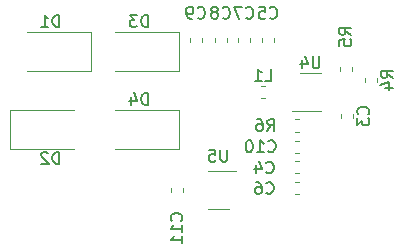
<source format=gbr>
%TF.GenerationSoftware,KiCad,Pcbnew,(5.1.6)-1*%
%TF.CreationDate,2020-08-14T21:54:29-04:00*%
%TF.ProjectId,CellLight,43656c6c-4c69-4676-9874-2e6b69636164,rev?*%
%TF.SameCoordinates,Original*%
%TF.FileFunction,Legend,Bot*%
%TF.FilePolarity,Positive*%
%FSLAX46Y46*%
G04 Gerber Fmt 4.6, Leading zero omitted, Abs format (unit mm)*
G04 Created by KiCad (PCBNEW (5.1.6)-1) date 2020-08-14 21:54:29*
%MOMM*%
%LPD*%
G01*
G04 APERTURE LIST*
%ADD10C,0.120000*%
%ADD11C,0.150000*%
G04 APERTURE END LIST*
D10*
%TO.C,U5*%
X160800000Y-80790000D02*
X163250000Y-80790000D01*
X162600000Y-84010000D02*
X160800000Y-84010000D01*
%TO.C,U4*%
X170400000Y-75710000D02*
X167950000Y-75710000D01*
X168600000Y-72490000D02*
X170400000Y-72490000D01*
%TO.C,R6*%
X168571267Y-77410000D02*
X168228733Y-77410000D01*
X168571267Y-76390000D02*
X168228733Y-76390000D01*
%TO.C,R5*%
X171990000Y-72271267D02*
X171990000Y-71928733D01*
X173010000Y-72271267D02*
X173010000Y-71928733D01*
%TO.C,R4*%
X174090000Y-73196267D02*
X174090000Y-72853733D01*
X175110000Y-73196267D02*
X175110000Y-72853733D01*
%TO.C,L1*%
X165671267Y-74610000D02*
X165328733Y-74610000D01*
X165671267Y-73590000D02*
X165328733Y-73590000D01*
%TO.C,D4*%
X158400000Y-75550000D02*
X153000000Y-75550000D01*
X158400000Y-78850000D02*
X153000000Y-78850000D01*
X158400000Y-75550000D02*
X158400000Y-78850000D01*
%TO.C,D3*%
X158400000Y-68950000D02*
X153000000Y-68950000D01*
X158400000Y-72250000D02*
X153000000Y-72250000D01*
X158400000Y-68950000D02*
X158400000Y-72250000D01*
%TO.C,D2*%
X144100000Y-78850000D02*
X149500000Y-78850000D01*
X144100000Y-75550000D02*
X149500000Y-75550000D01*
X144100000Y-78850000D02*
X144100000Y-75550000D01*
%TO.C,D1*%
X150900000Y-68950000D02*
X145500000Y-68950000D01*
X150900000Y-72250000D02*
X145500000Y-72250000D01*
X150900000Y-68950000D02*
X150900000Y-72250000D01*
%TO.C,C11*%
X158710000Y-82228733D02*
X158710000Y-82571267D01*
X157690000Y-82228733D02*
X157690000Y-82571267D01*
%TO.C,C10*%
X168228733Y-78190000D02*
X168571267Y-78190000D01*
X168228733Y-79210000D02*
X168571267Y-79210000D01*
%TO.C,C9*%
X159290000Y-69871267D02*
X159290000Y-69528733D01*
X160310000Y-69871267D02*
X160310000Y-69528733D01*
%TO.C,C8*%
X161390000Y-69871267D02*
X161390000Y-69528733D01*
X162410000Y-69871267D02*
X162410000Y-69528733D01*
%TO.C,C7*%
X163390000Y-69871267D02*
X163390000Y-69528733D01*
X164410000Y-69871267D02*
X164410000Y-69528733D01*
%TO.C,C6*%
X168198733Y-81690000D02*
X168541267Y-81690000D01*
X168198733Y-82710000D02*
X168541267Y-82710000D01*
%TO.C,C5*%
X165390000Y-69871267D02*
X165390000Y-69528733D01*
X166410000Y-69871267D02*
X166410000Y-69528733D01*
%TO.C,C4*%
X168198733Y-79940000D02*
X168541267Y-79940000D01*
X168198733Y-80960000D02*
X168541267Y-80960000D01*
%TO.C,C3*%
X172090000Y-76271267D02*
X172090000Y-75928733D01*
X173110000Y-76271267D02*
X173110000Y-75928733D01*
%TO.C,U5*%
D11*
X162461904Y-78952380D02*
X162461904Y-79761904D01*
X162414285Y-79857142D01*
X162366666Y-79904761D01*
X162271428Y-79952380D01*
X162080952Y-79952380D01*
X161985714Y-79904761D01*
X161938095Y-79857142D01*
X161890476Y-79761904D01*
X161890476Y-78952380D01*
X160938095Y-78952380D02*
X161414285Y-78952380D01*
X161461904Y-79428571D01*
X161414285Y-79380952D01*
X161319047Y-79333333D01*
X161080952Y-79333333D01*
X160985714Y-79380952D01*
X160938095Y-79428571D01*
X160890476Y-79523809D01*
X160890476Y-79761904D01*
X160938095Y-79857142D01*
X160985714Y-79904761D01*
X161080952Y-79952380D01*
X161319047Y-79952380D01*
X161414285Y-79904761D01*
X161461904Y-79857142D01*
%TO.C,U4*%
X170261904Y-71052380D02*
X170261904Y-71861904D01*
X170214285Y-71957142D01*
X170166666Y-72004761D01*
X170071428Y-72052380D01*
X169880952Y-72052380D01*
X169785714Y-72004761D01*
X169738095Y-71957142D01*
X169690476Y-71861904D01*
X169690476Y-71052380D01*
X168785714Y-71385714D02*
X168785714Y-72052380D01*
X169023809Y-71004761D02*
X169261904Y-71719047D01*
X168642857Y-71719047D01*
%TO.C,R6*%
X165866666Y-77352380D02*
X166200000Y-76876190D01*
X166438095Y-77352380D02*
X166438095Y-76352380D01*
X166057142Y-76352380D01*
X165961904Y-76400000D01*
X165914285Y-76447619D01*
X165866666Y-76542857D01*
X165866666Y-76685714D01*
X165914285Y-76780952D01*
X165961904Y-76828571D01*
X166057142Y-76876190D01*
X166438095Y-76876190D01*
X165009523Y-76352380D02*
X165200000Y-76352380D01*
X165295238Y-76400000D01*
X165342857Y-76447619D01*
X165438095Y-76590476D01*
X165485714Y-76780952D01*
X165485714Y-77161904D01*
X165438095Y-77257142D01*
X165390476Y-77304761D01*
X165295238Y-77352380D01*
X165104761Y-77352380D01*
X165009523Y-77304761D01*
X164961904Y-77257142D01*
X164914285Y-77161904D01*
X164914285Y-76923809D01*
X164961904Y-76828571D01*
X165009523Y-76780952D01*
X165104761Y-76733333D01*
X165295238Y-76733333D01*
X165390476Y-76780952D01*
X165438095Y-76828571D01*
X165485714Y-76923809D01*
%TO.C,R5*%
X172952380Y-69233333D02*
X172476190Y-68900000D01*
X172952380Y-68661904D02*
X171952380Y-68661904D01*
X171952380Y-69042857D01*
X172000000Y-69138095D01*
X172047619Y-69185714D01*
X172142857Y-69233333D01*
X172285714Y-69233333D01*
X172380952Y-69185714D01*
X172428571Y-69138095D01*
X172476190Y-69042857D01*
X172476190Y-68661904D01*
X171952380Y-70138095D02*
X171952380Y-69661904D01*
X172428571Y-69614285D01*
X172380952Y-69661904D01*
X172333333Y-69757142D01*
X172333333Y-69995238D01*
X172380952Y-70090476D01*
X172428571Y-70138095D01*
X172523809Y-70185714D01*
X172761904Y-70185714D01*
X172857142Y-70138095D01*
X172904761Y-70090476D01*
X172952380Y-69995238D01*
X172952380Y-69757142D01*
X172904761Y-69661904D01*
X172857142Y-69614285D01*
%TO.C,R4*%
X176482380Y-72858333D02*
X176006190Y-72525000D01*
X176482380Y-72286904D02*
X175482380Y-72286904D01*
X175482380Y-72667857D01*
X175530000Y-72763095D01*
X175577619Y-72810714D01*
X175672857Y-72858333D01*
X175815714Y-72858333D01*
X175910952Y-72810714D01*
X175958571Y-72763095D01*
X176006190Y-72667857D01*
X176006190Y-72286904D01*
X175815714Y-73715476D02*
X176482380Y-73715476D01*
X175434761Y-73477380D02*
X176149047Y-73239285D01*
X176149047Y-73858333D01*
%TO.C,L1*%
X165666666Y-73122380D02*
X166142857Y-73122380D01*
X166142857Y-72122380D01*
X164809523Y-73122380D02*
X165380952Y-73122380D01*
X165095238Y-73122380D02*
X165095238Y-72122380D01*
X165190476Y-72265238D01*
X165285714Y-72360476D01*
X165380952Y-72408095D01*
%TO.C,D4*%
X155738095Y-75152380D02*
X155738095Y-74152380D01*
X155500000Y-74152380D01*
X155357142Y-74200000D01*
X155261904Y-74295238D01*
X155214285Y-74390476D01*
X155166666Y-74580952D01*
X155166666Y-74723809D01*
X155214285Y-74914285D01*
X155261904Y-75009523D01*
X155357142Y-75104761D01*
X155500000Y-75152380D01*
X155738095Y-75152380D01*
X154309523Y-74485714D02*
X154309523Y-75152380D01*
X154547619Y-74104761D02*
X154785714Y-74819047D01*
X154166666Y-74819047D01*
%TO.C,D3*%
X155738095Y-68552380D02*
X155738095Y-67552380D01*
X155500000Y-67552380D01*
X155357142Y-67600000D01*
X155261904Y-67695238D01*
X155214285Y-67790476D01*
X155166666Y-67980952D01*
X155166666Y-68123809D01*
X155214285Y-68314285D01*
X155261904Y-68409523D01*
X155357142Y-68504761D01*
X155500000Y-68552380D01*
X155738095Y-68552380D01*
X154833333Y-67552380D02*
X154214285Y-67552380D01*
X154547619Y-67933333D01*
X154404761Y-67933333D01*
X154309523Y-67980952D01*
X154261904Y-68028571D01*
X154214285Y-68123809D01*
X154214285Y-68361904D01*
X154261904Y-68457142D01*
X154309523Y-68504761D01*
X154404761Y-68552380D01*
X154690476Y-68552380D01*
X154785714Y-68504761D01*
X154833333Y-68457142D01*
%TO.C,D2*%
X148238095Y-80152380D02*
X148238095Y-79152380D01*
X148000000Y-79152380D01*
X147857142Y-79200000D01*
X147761904Y-79295238D01*
X147714285Y-79390476D01*
X147666666Y-79580952D01*
X147666666Y-79723809D01*
X147714285Y-79914285D01*
X147761904Y-80009523D01*
X147857142Y-80104761D01*
X148000000Y-80152380D01*
X148238095Y-80152380D01*
X147285714Y-79247619D02*
X147238095Y-79200000D01*
X147142857Y-79152380D01*
X146904761Y-79152380D01*
X146809523Y-79200000D01*
X146761904Y-79247619D01*
X146714285Y-79342857D01*
X146714285Y-79438095D01*
X146761904Y-79580952D01*
X147333333Y-80152380D01*
X146714285Y-80152380D01*
%TO.C,D1*%
X148238095Y-68552380D02*
X148238095Y-67552380D01*
X148000000Y-67552380D01*
X147857142Y-67600000D01*
X147761904Y-67695238D01*
X147714285Y-67790476D01*
X147666666Y-67980952D01*
X147666666Y-68123809D01*
X147714285Y-68314285D01*
X147761904Y-68409523D01*
X147857142Y-68504761D01*
X148000000Y-68552380D01*
X148238095Y-68552380D01*
X146714285Y-68552380D02*
X147285714Y-68552380D01*
X147000000Y-68552380D02*
X147000000Y-67552380D01*
X147095238Y-67695238D01*
X147190476Y-67790476D01*
X147285714Y-67838095D01*
%TO.C,C11*%
X158567142Y-84957142D02*
X158614761Y-84909523D01*
X158662380Y-84766666D01*
X158662380Y-84671428D01*
X158614761Y-84528571D01*
X158519523Y-84433333D01*
X158424285Y-84385714D01*
X158233809Y-84338095D01*
X158090952Y-84338095D01*
X157900476Y-84385714D01*
X157805238Y-84433333D01*
X157710000Y-84528571D01*
X157662380Y-84671428D01*
X157662380Y-84766666D01*
X157710000Y-84909523D01*
X157757619Y-84957142D01*
X158662380Y-85909523D02*
X158662380Y-85338095D01*
X158662380Y-85623809D02*
X157662380Y-85623809D01*
X157805238Y-85528571D01*
X157900476Y-85433333D01*
X157948095Y-85338095D01*
X158662380Y-86861904D02*
X158662380Y-86290476D01*
X158662380Y-86576190D02*
X157662380Y-86576190D01*
X157805238Y-86480952D01*
X157900476Y-86385714D01*
X157948095Y-86290476D01*
%TO.C,C10*%
X165942857Y-79057142D02*
X165990476Y-79104761D01*
X166133333Y-79152380D01*
X166228571Y-79152380D01*
X166371428Y-79104761D01*
X166466666Y-79009523D01*
X166514285Y-78914285D01*
X166561904Y-78723809D01*
X166561904Y-78580952D01*
X166514285Y-78390476D01*
X166466666Y-78295238D01*
X166371428Y-78200000D01*
X166228571Y-78152380D01*
X166133333Y-78152380D01*
X165990476Y-78200000D01*
X165942857Y-78247619D01*
X164990476Y-79152380D02*
X165561904Y-79152380D01*
X165276190Y-79152380D02*
X165276190Y-78152380D01*
X165371428Y-78295238D01*
X165466666Y-78390476D01*
X165561904Y-78438095D01*
X164371428Y-78152380D02*
X164276190Y-78152380D01*
X164180952Y-78200000D01*
X164133333Y-78247619D01*
X164085714Y-78342857D01*
X164038095Y-78533333D01*
X164038095Y-78771428D01*
X164085714Y-78961904D01*
X164133333Y-79057142D01*
X164180952Y-79104761D01*
X164276190Y-79152380D01*
X164371428Y-79152380D01*
X164466666Y-79104761D01*
X164514285Y-79057142D01*
X164561904Y-78961904D01*
X164609523Y-78771428D01*
X164609523Y-78533333D01*
X164561904Y-78342857D01*
X164514285Y-78247619D01*
X164466666Y-78200000D01*
X164371428Y-78152380D01*
%TO.C,C9*%
X159966666Y-67757142D02*
X160014285Y-67804761D01*
X160157142Y-67852380D01*
X160252380Y-67852380D01*
X160395238Y-67804761D01*
X160490476Y-67709523D01*
X160538095Y-67614285D01*
X160585714Y-67423809D01*
X160585714Y-67280952D01*
X160538095Y-67090476D01*
X160490476Y-66995238D01*
X160395238Y-66900000D01*
X160252380Y-66852380D01*
X160157142Y-66852380D01*
X160014285Y-66900000D01*
X159966666Y-66947619D01*
X159490476Y-67852380D02*
X159300000Y-67852380D01*
X159204761Y-67804761D01*
X159157142Y-67757142D01*
X159061904Y-67614285D01*
X159014285Y-67423809D01*
X159014285Y-67042857D01*
X159061904Y-66947619D01*
X159109523Y-66900000D01*
X159204761Y-66852380D01*
X159395238Y-66852380D01*
X159490476Y-66900000D01*
X159538095Y-66947619D01*
X159585714Y-67042857D01*
X159585714Y-67280952D01*
X159538095Y-67376190D01*
X159490476Y-67423809D01*
X159395238Y-67471428D01*
X159204761Y-67471428D01*
X159109523Y-67423809D01*
X159061904Y-67376190D01*
X159014285Y-67280952D01*
%TO.C,C8*%
X162066666Y-67757142D02*
X162114285Y-67804761D01*
X162257142Y-67852380D01*
X162352380Y-67852380D01*
X162495238Y-67804761D01*
X162590476Y-67709523D01*
X162638095Y-67614285D01*
X162685714Y-67423809D01*
X162685714Y-67280952D01*
X162638095Y-67090476D01*
X162590476Y-66995238D01*
X162495238Y-66900000D01*
X162352380Y-66852380D01*
X162257142Y-66852380D01*
X162114285Y-66900000D01*
X162066666Y-66947619D01*
X161495238Y-67280952D02*
X161590476Y-67233333D01*
X161638095Y-67185714D01*
X161685714Y-67090476D01*
X161685714Y-67042857D01*
X161638095Y-66947619D01*
X161590476Y-66900000D01*
X161495238Y-66852380D01*
X161304761Y-66852380D01*
X161209523Y-66900000D01*
X161161904Y-66947619D01*
X161114285Y-67042857D01*
X161114285Y-67090476D01*
X161161904Y-67185714D01*
X161209523Y-67233333D01*
X161304761Y-67280952D01*
X161495238Y-67280952D01*
X161590476Y-67328571D01*
X161638095Y-67376190D01*
X161685714Y-67471428D01*
X161685714Y-67661904D01*
X161638095Y-67757142D01*
X161590476Y-67804761D01*
X161495238Y-67852380D01*
X161304761Y-67852380D01*
X161209523Y-67804761D01*
X161161904Y-67757142D01*
X161114285Y-67661904D01*
X161114285Y-67471428D01*
X161161904Y-67376190D01*
X161209523Y-67328571D01*
X161304761Y-67280952D01*
%TO.C,C7*%
X164066666Y-67757142D02*
X164114285Y-67804761D01*
X164257142Y-67852380D01*
X164352380Y-67852380D01*
X164495238Y-67804761D01*
X164590476Y-67709523D01*
X164638095Y-67614285D01*
X164685714Y-67423809D01*
X164685714Y-67280952D01*
X164638095Y-67090476D01*
X164590476Y-66995238D01*
X164495238Y-66900000D01*
X164352380Y-66852380D01*
X164257142Y-66852380D01*
X164114285Y-66900000D01*
X164066666Y-66947619D01*
X163733333Y-66852380D02*
X163066666Y-66852380D01*
X163495238Y-67852380D01*
%TO.C,C6*%
X165766666Y-82597142D02*
X165814285Y-82644761D01*
X165957142Y-82692380D01*
X166052380Y-82692380D01*
X166195238Y-82644761D01*
X166290476Y-82549523D01*
X166338095Y-82454285D01*
X166385714Y-82263809D01*
X166385714Y-82120952D01*
X166338095Y-81930476D01*
X166290476Y-81835238D01*
X166195238Y-81740000D01*
X166052380Y-81692380D01*
X165957142Y-81692380D01*
X165814285Y-81740000D01*
X165766666Y-81787619D01*
X164909523Y-81692380D02*
X165100000Y-81692380D01*
X165195238Y-81740000D01*
X165242857Y-81787619D01*
X165338095Y-81930476D01*
X165385714Y-82120952D01*
X165385714Y-82501904D01*
X165338095Y-82597142D01*
X165290476Y-82644761D01*
X165195238Y-82692380D01*
X165004761Y-82692380D01*
X164909523Y-82644761D01*
X164861904Y-82597142D01*
X164814285Y-82501904D01*
X164814285Y-82263809D01*
X164861904Y-82168571D01*
X164909523Y-82120952D01*
X165004761Y-82073333D01*
X165195238Y-82073333D01*
X165290476Y-82120952D01*
X165338095Y-82168571D01*
X165385714Y-82263809D01*
%TO.C,C5*%
X166066666Y-67757142D02*
X166114285Y-67804761D01*
X166257142Y-67852380D01*
X166352380Y-67852380D01*
X166495238Y-67804761D01*
X166590476Y-67709523D01*
X166638095Y-67614285D01*
X166685714Y-67423809D01*
X166685714Y-67280952D01*
X166638095Y-67090476D01*
X166590476Y-66995238D01*
X166495238Y-66900000D01*
X166352380Y-66852380D01*
X166257142Y-66852380D01*
X166114285Y-66900000D01*
X166066666Y-66947619D01*
X165161904Y-66852380D02*
X165638095Y-66852380D01*
X165685714Y-67328571D01*
X165638095Y-67280952D01*
X165542857Y-67233333D01*
X165304761Y-67233333D01*
X165209523Y-67280952D01*
X165161904Y-67328571D01*
X165114285Y-67423809D01*
X165114285Y-67661904D01*
X165161904Y-67757142D01*
X165209523Y-67804761D01*
X165304761Y-67852380D01*
X165542857Y-67852380D01*
X165638095Y-67804761D01*
X165685714Y-67757142D01*
%TO.C,C4*%
X165766666Y-80857142D02*
X165814285Y-80904761D01*
X165957142Y-80952380D01*
X166052380Y-80952380D01*
X166195238Y-80904761D01*
X166290476Y-80809523D01*
X166338095Y-80714285D01*
X166385714Y-80523809D01*
X166385714Y-80380952D01*
X166338095Y-80190476D01*
X166290476Y-80095238D01*
X166195238Y-80000000D01*
X166052380Y-79952380D01*
X165957142Y-79952380D01*
X165814285Y-80000000D01*
X165766666Y-80047619D01*
X164909523Y-80285714D02*
X164909523Y-80952380D01*
X165147619Y-79904761D02*
X165385714Y-80619047D01*
X164766666Y-80619047D01*
%TO.C,C3*%
X174387142Y-75933333D02*
X174434761Y-75885714D01*
X174482380Y-75742857D01*
X174482380Y-75647619D01*
X174434761Y-75504761D01*
X174339523Y-75409523D01*
X174244285Y-75361904D01*
X174053809Y-75314285D01*
X173910952Y-75314285D01*
X173720476Y-75361904D01*
X173625238Y-75409523D01*
X173530000Y-75504761D01*
X173482380Y-75647619D01*
X173482380Y-75742857D01*
X173530000Y-75885714D01*
X173577619Y-75933333D01*
X173482380Y-76266666D02*
X173482380Y-76885714D01*
X173863333Y-76552380D01*
X173863333Y-76695238D01*
X173910952Y-76790476D01*
X173958571Y-76838095D01*
X174053809Y-76885714D01*
X174291904Y-76885714D01*
X174387142Y-76838095D01*
X174434761Y-76790476D01*
X174482380Y-76695238D01*
X174482380Y-76409523D01*
X174434761Y-76314285D01*
X174387142Y-76266666D01*
%TD*%
M02*

</source>
